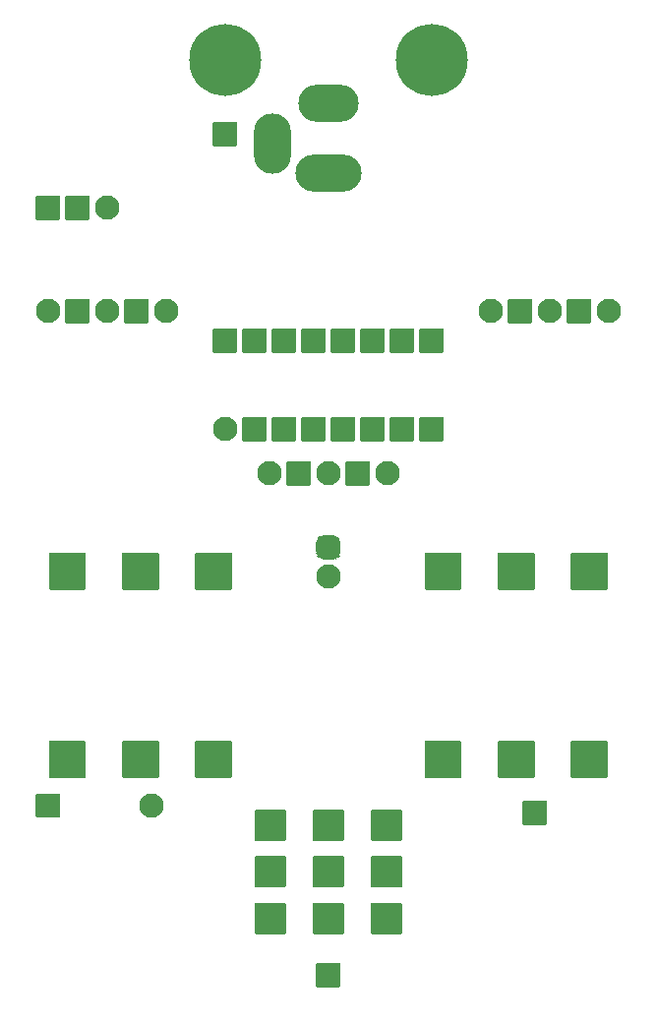
<source format=gbr>
G04 #@! TF.GenerationSoftware,KiCad,Pcbnew,5.1.12-84ad8e8a86~92~ubuntu20.04.1*
G04 #@! TF.CreationDate,2024-08-07T09:29:16+00:00*
G04 #@! TF.ProjectId,___-1.17.C-1,221a1f2d-312e-4313-972e-432d312e6b69,3C*
G04 #@! TF.SameCoordinates,Original*
G04 #@! TF.FileFunction,Soldermask,Bot*
G04 #@! TF.FilePolarity,Negative*
%FSLAX46Y46*%
G04 Gerber Fmt 4.6, Leading zero omitted, Abs format (unit mm)*
G04 Created by KiCad (PCBNEW 5.1.12-84ad8e8a86~92~ubuntu20.04.1) date 2024-08-07 09:29:16*
%MOMM*%
%LPD*%
G01*
G04 APERTURE LIST*
%ADD10C,2.100000*%
%ADD11C,6.200000*%
%ADD12O,5.200000X3.200000*%
%ADD13O,3.200000X5.200000*%
%ADD14O,5.700000X3.200000*%
%ADD15C,0.100000*%
G04 APERTURE END LIST*
D10*
X110490000Y-133350000D03*
G36*
G01*
X106900000Y-134300000D02*
X106900000Y-132400000D01*
G75*
G02*
X107000000Y-132300000I100000J0D01*
G01*
X108900000Y-132300000D01*
G75*
G02*
X109000000Y-132400000I0J-100000D01*
G01*
X109000000Y-134300000D01*
G75*
G02*
X108900000Y-134400000I-100000J0D01*
G01*
X107000000Y-134400000D01*
G75*
G02*
X106900000Y-134300000I0J100000D01*
G01*
G37*
X105410000Y-133350000D03*
G36*
G01*
X101820000Y-134300000D02*
X101820000Y-132400000D01*
G75*
G02*
X101920000Y-132300000I100000J0D01*
G01*
X103820000Y-132300000D01*
G75*
G02*
X103920000Y-132400000I0J-100000D01*
G01*
X103920000Y-134300000D01*
G75*
G02*
X103820000Y-134400000I-100000J0D01*
G01*
X101920000Y-134400000D01*
G75*
G02*
X101820000Y-134300000I0J100000D01*
G01*
G37*
X100330000Y-133350000D03*
X91440000Y-119380000D03*
G36*
G01*
X87850000Y-120330000D02*
X87850000Y-118430000D01*
G75*
G02*
X87950000Y-118330000I100000J0D01*
G01*
X89850000Y-118330000D01*
G75*
G02*
X89950000Y-118430000I0J-100000D01*
G01*
X89950000Y-120330000D01*
G75*
G02*
X89850000Y-120430000I-100000J0D01*
G01*
X87950000Y-120430000D01*
G75*
G02*
X87850000Y-120330000I0J100000D01*
G01*
G37*
X86360000Y-119380000D03*
G36*
G01*
X82770000Y-120330000D02*
X82770000Y-118430000D01*
G75*
G02*
X82870000Y-118330000I100000J0D01*
G01*
X84770000Y-118330000D01*
G75*
G02*
X84870000Y-118430000I0J-100000D01*
G01*
X84870000Y-120330000D01*
G75*
G02*
X84770000Y-120430000I-100000J0D01*
G01*
X82870000Y-120430000D01*
G75*
G02*
X82770000Y-120330000I0J100000D01*
G01*
G37*
X81280000Y-119380000D03*
X129540000Y-119380000D03*
G36*
G01*
X125950000Y-120330000D02*
X125950000Y-118430000D01*
G75*
G02*
X126050000Y-118330000I100000J0D01*
G01*
X127950000Y-118330000D01*
G75*
G02*
X128050000Y-118430000I0J-100000D01*
G01*
X128050000Y-120330000D01*
G75*
G02*
X127950000Y-120430000I-100000J0D01*
G01*
X126050000Y-120430000D01*
G75*
G02*
X125950000Y-120330000I0J100000D01*
G01*
G37*
X124460000Y-119380000D03*
G36*
G01*
X120870000Y-120330000D02*
X120870000Y-118430000D01*
G75*
G02*
X120970000Y-118330000I100000J0D01*
G01*
X122870000Y-118330000D01*
G75*
G02*
X122970000Y-118430000I0J-100000D01*
G01*
X122970000Y-120330000D01*
G75*
G02*
X122870000Y-120430000I-100000J0D01*
G01*
X120970000Y-120430000D01*
G75*
G02*
X120870000Y-120330000I0J100000D01*
G01*
G37*
X119380000Y-119380000D03*
X90170000Y-161925000D03*
G36*
G01*
X82330000Y-160975000D02*
X82330000Y-162875000D01*
G75*
G02*
X82230000Y-162975000I-100000J0D01*
G01*
X80330000Y-162975000D01*
G75*
G02*
X80230000Y-162875000I0J100000D01*
G01*
X80230000Y-160975000D01*
G75*
G02*
X80330000Y-160875000I100000J0D01*
G01*
X82230000Y-160875000D01*
G75*
G02*
X82330000Y-160975000I0J-100000D01*
G01*
G37*
G36*
G01*
X109060000Y-168890000D02*
X109060000Y-166390000D01*
G75*
G02*
X109160000Y-166290000I100000J0D01*
G01*
X111660000Y-166290000D01*
G75*
G02*
X111760000Y-166390000I0J-100000D01*
G01*
X111760000Y-168890000D01*
G75*
G02*
X111660000Y-168990000I-100000J0D01*
G01*
X109160000Y-168990000D01*
G75*
G02*
X109060000Y-168890000I0J100000D01*
G01*
G37*
G36*
G01*
X109060000Y-172890000D02*
X109060000Y-170390000D01*
G75*
G02*
X109160000Y-170290000I100000J0D01*
G01*
X111660000Y-170290000D01*
G75*
G02*
X111760000Y-170390000I0J-100000D01*
G01*
X111760000Y-172890000D01*
G75*
G02*
X111660000Y-172990000I-100000J0D01*
G01*
X109160000Y-172990000D01*
G75*
G02*
X109060000Y-172890000I0J100000D01*
G01*
G37*
G36*
G01*
X109060000Y-164890000D02*
X109060000Y-162390000D01*
G75*
G02*
X109160000Y-162290000I100000J0D01*
G01*
X111660000Y-162290000D01*
G75*
G02*
X111760000Y-162390000I0J-100000D01*
G01*
X111760000Y-164890000D01*
G75*
G02*
X111660000Y-164990000I-100000J0D01*
G01*
X109160000Y-164990000D01*
G75*
G02*
X109060000Y-164890000I0J100000D01*
G01*
G37*
G36*
G01*
X104060000Y-168890000D02*
X104060000Y-166390000D01*
G75*
G02*
X104160000Y-166290000I100000J0D01*
G01*
X106660000Y-166290000D01*
G75*
G02*
X106760000Y-166390000I0J-100000D01*
G01*
X106760000Y-168890000D01*
G75*
G02*
X106660000Y-168990000I-100000J0D01*
G01*
X104160000Y-168990000D01*
G75*
G02*
X104060000Y-168890000I0J100000D01*
G01*
G37*
G36*
G01*
X104060000Y-172890000D02*
X104060000Y-170390000D01*
G75*
G02*
X104160000Y-170290000I100000J0D01*
G01*
X106660000Y-170290000D01*
G75*
G02*
X106760000Y-170390000I0J-100000D01*
G01*
X106760000Y-172890000D01*
G75*
G02*
X106660000Y-172990000I-100000J0D01*
G01*
X104160000Y-172990000D01*
G75*
G02*
X104060000Y-172890000I0J100000D01*
G01*
G37*
G36*
G01*
X104060000Y-164890000D02*
X104060000Y-162390000D01*
G75*
G02*
X104160000Y-162290000I100000J0D01*
G01*
X106660000Y-162290000D01*
G75*
G02*
X106760000Y-162390000I0J-100000D01*
G01*
X106760000Y-164890000D01*
G75*
G02*
X106660000Y-164990000I-100000J0D01*
G01*
X104160000Y-164990000D01*
G75*
G02*
X104060000Y-164890000I0J100000D01*
G01*
G37*
G36*
G01*
X99060000Y-164890000D02*
X99060000Y-162390000D01*
G75*
G02*
X99160000Y-162290000I100000J0D01*
G01*
X101660000Y-162290000D01*
G75*
G02*
X101760000Y-162390000I0J-100000D01*
G01*
X101760000Y-164890000D01*
G75*
G02*
X101660000Y-164990000I-100000J0D01*
G01*
X99160000Y-164990000D01*
G75*
G02*
X99060000Y-164890000I0J100000D01*
G01*
G37*
G36*
G01*
X99060000Y-168890000D02*
X99060000Y-166390000D01*
G75*
G02*
X99160000Y-166290000I100000J0D01*
G01*
X101660000Y-166290000D01*
G75*
G02*
X101760000Y-166390000I0J-100000D01*
G01*
X101760000Y-168890000D01*
G75*
G02*
X101660000Y-168990000I-100000J0D01*
G01*
X99160000Y-168990000D01*
G75*
G02*
X99060000Y-168890000I0J100000D01*
G01*
G37*
G36*
G01*
X99060000Y-172890000D02*
X99060000Y-170390000D01*
G75*
G02*
X99160000Y-170290000I100000J0D01*
G01*
X101660000Y-170290000D01*
G75*
G02*
X101760000Y-170390000I0J-100000D01*
G01*
X101760000Y-172890000D01*
G75*
G02*
X101660000Y-172990000I-100000J0D01*
G01*
X99160000Y-172990000D01*
G75*
G02*
X99060000Y-172890000I0J100000D01*
G01*
G37*
G36*
G01*
X82330000Y-109540000D02*
X82330000Y-111440000D01*
G75*
G02*
X82230000Y-111540000I-100000J0D01*
G01*
X80330000Y-111540000D01*
G75*
G02*
X80230000Y-111440000I0J100000D01*
G01*
X80230000Y-109540000D01*
G75*
G02*
X80330000Y-109440000I100000J0D01*
G01*
X82230000Y-109440000D01*
G75*
G02*
X82330000Y-109540000I0J-100000D01*
G01*
G37*
G36*
G01*
X84870000Y-109540000D02*
X84870000Y-111440000D01*
G75*
G02*
X84770000Y-111540000I-100000J0D01*
G01*
X82870000Y-111540000D01*
G75*
G02*
X82770000Y-111440000I0J100000D01*
G01*
X82770000Y-109540000D01*
G75*
G02*
X82870000Y-109440000I100000J0D01*
G01*
X84770000Y-109440000D01*
G75*
G02*
X84870000Y-109540000I0J-100000D01*
G01*
G37*
X86360000Y-110490000D03*
G36*
G01*
X112710000Y-122970000D02*
X110810000Y-122970000D01*
G75*
G02*
X110710000Y-122870000I0J100000D01*
G01*
X110710000Y-120970000D01*
G75*
G02*
X110810000Y-120870000I100000J0D01*
G01*
X112710000Y-120870000D01*
G75*
G02*
X112810000Y-120970000I0J-100000D01*
G01*
X112810000Y-122870000D01*
G75*
G02*
X112710000Y-122970000I-100000J0D01*
G01*
G37*
G36*
G01*
X115250000Y-122970000D02*
X113350000Y-122970000D01*
G75*
G02*
X113250000Y-122870000I0J100000D01*
G01*
X113250000Y-120970000D01*
G75*
G02*
X113350000Y-120870000I100000J0D01*
G01*
X115250000Y-120870000D01*
G75*
G02*
X115350000Y-120970000I0J-100000D01*
G01*
X115350000Y-122870000D01*
G75*
G02*
X115250000Y-122970000I-100000J0D01*
G01*
G37*
G36*
G01*
X107630000Y-122970000D02*
X105730000Y-122970000D01*
G75*
G02*
X105630000Y-122870000I0J100000D01*
G01*
X105630000Y-120970000D01*
G75*
G02*
X105730000Y-120870000I100000J0D01*
G01*
X107630000Y-120870000D01*
G75*
G02*
X107730000Y-120970000I0J-100000D01*
G01*
X107730000Y-122870000D01*
G75*
G02*
X107630000Y-122970000I-100000J0D01*
G01*
G37*
G36*
G01*
X110170000Y-122970000D02*
X108270000Y-122970000D01*
G75*
G02*
X108170000Y-122870000I0J100000D01*
G01*
X108170000Y-120970000D01*
G75*
G02*
X108270000Y-120870000I100000J0D01*
G01*
X110170000Y-120870000D01*
G75*
G02*
X110270000Y-120970000I0J-100000D01*
G01*
X110270000Y-122870000D01*
G75*
G02*
X110170000Y-122970000I-100000J0D01*
G01*
G37*
G36*
G01*
X115250000Y-130590000D02*
X113350000Y-130590000D01*
G75*
G02*
X113250000Y-130490000I0J100000D01*
G01*
X113250000Y-128590000D01*
G75*
G02*
X113350000Y-128490000I100000J0D01*
G01*
X115250000Y-128490000D01*
G75*
G02*
X115350000Y-128590000I0J-100000D01*
G01*
X115350000Y-130490000D01*
G75*
G02*
X115250000Y-130590000I-100000J0D01*
G01*
G37*
G36*
G01*
X110170000Y-130590000D02*
X108270000Y-130590000D01*
G75*
G02*
X108170000Y-130490000I0J100000D01*
G01*
X108170000Y-128590000D01*
G75*
G02*
X108270000Y-128490000I100000J0D01*
G01*
X110170000Y-128490000D01*
G75*
G02*
X110270000Y-128590000I0J-100000D01*
G01*
X110270000Y-130490000D01*
G75*
G02*
X110170000Y-130590000I-100000J0D01*
G01*
G37*
G36*
G01*
X112710000Y-130590000D02*
X110810000Y-130590000D01*
G75*
G02*
X110710000Y-130490000I0J100000D01*
G01*
X110710000Y-128590000D01*
G75*
G02*
X110810000Y-128490000I100000J0D01*
G01*
X112710000Y-128490000D01*
G75*
G02*
X112810000Y-128590000I0J-100000D01*
G01*
X112810000Y-130490000D01*
G75*
G02*
X112710000Y-130590000I-100000J0D01*
G01*
G37*
G36*
G01*
X107630000Y-130590000D02*
X105730000Y-130590000D01*
G75*
G02*
X105630000Y-130490000I0J100000D01*
G01*
X105630000Y-128590000D01*
G75*
G02*
X105730000Y-128490000I100000J0D01*
G01*
X107630000Y-128490000D01*
G75*
G02*
X107730000Y-128590000I0J-100000D01*
G01*
X107730000Y-130490000D01*
G75*
G02*
X107630000Y-130590000I-100000J0D01*
G01*
G37*
G36*
G01*
X97470000Y-122970000D02*
X95570000Y-122970000D01*
G75*
G02*
X95470000Y-122870000I0J100000D01*
G01*
X95470000Y-120970000D01*
G75*
G02*
X95570000Y-120870000I100000J0D01*
G01*
X97470000Y-120870000D01*
G75*
G02*
X97570000Y-120970000I0J-100000D01*
G01*
X97570000Y-122870000D01*
G75*
G02*
X97470000Y-122970000I-100000J0D01*
G01*
G37*
G36*
G01*
X100010000Y-122970000D02*
X98110000Y-122970000D01*
G75*
G02*
X98010000Y-122870000I0J100000D01*
G01*
X98010000Y-120970000D01*
G75*
G02*
X98110000Y-120870000I100000J0D01*
G01*
X100010000Y-120870000D01*
G75*
G02*
X100110000Y-120970000I0J-100000D01*
G01*
X100110000Y-122870000D01*
G75*
G02*
X100010000Y-122970000I-100000J0D01*
G01*
G37*
G36*
G01*
X102550000Y-122970000D02*
X100650000Y-122970000D01*
G75*
G02*
X100550000Y-122870000I0J100000D01*
G01*
X100550000Y-120970000D01*
G75*
G02*
X100650000Y-120870000I100000J0D01*
G01*
X102550000Y-120870000D01*
G75*
G02*
X102650000Y-120970000I0J-100000D01*
G01*
X102650000Y-122870000D01*
G75*
G02*
X102550000Y-122970000I-100000J0D01*
G01*
G37*
G36*
G01*
X105090000Y-122970000D02*
X103190000Y-122970000D01*
G75*
G02*
X103090000Y-122870000I0J100000D01*
G01*
X103090000Y-120970000D01*
G75*
G02*
X103190000Y-120870000I100000J0D01*
G01*
X105090000Y-120870000D01*
G75*
G02*
X105190000Y-120970000I0J-100000D01*
G01*
X105190000Y-122870000D01*
G75*
G02*
X105090000Y-122970000I-100000J0D01*
G01*
G37*
G36*
G01*
X105090000Y-130590000D02*
X103190000Y-130590000D01*
G75*
G02*
X103090000Y-130490000I0J100000D01*
G01*
X103090000Y-128590000D01*
G75*
G02*
X103190000Y-128490000I100000J0D01*
G01*
X105090000Y-128490000D01*
G75*
G02*
X105190000Y-128590000I0J-100000D01*
G01*
X105190000Y-130490000D01*
G75*
G02*
X105090000Y-130590000I-100000J0D01*
G01*
G37*
G36*
G01*
X102550000Y-130590000D02*
X100650000Y-130590000D01*
G75*
G02*
X100550000Y-130490000I0J100000D01*
G01*
X100550000Y-128590000D01*
G75*
G02*
X100650000Y-128490000I100000J0D01*
G01*
X102550000Y-128490000D01*
G75*
G02*
X102650000Y-128590000I0J-100000D01*
G01*
X102650000Y-130490000D01*
G75*
G02*
X102550000Y-130590000I-100000J0D01*
G01*
G37*
G36*
G01*
X100010000Y-130590000D02*
X98110000Y-130590000D01*
G75*
G02*
X98010000Y-130490000I0J100000D01*
G01*
X98010000Y-128590000D01*
G75*
G02*
X98110000Y-128490000I100000J0D01*
G01*
X100010000Y-128490000D01*
G75*
G02*
X100110000Y-128590000I0J-100000D01*
G01*
X100110000Y-130490000D01*
G75*
G02*
X100010000Y-130590000I-100000J0D01*
G01*
G37*
X96520000Y-129540000D03*
D11*
X114300000Y-97790000D03*
X96520000Y-97790000D03*
D10*
X105410000Y-142240000D03*
G36*
G01*
X105830000Y-140750000D02*
X104990000Y-140750000D01*
G75*
G02*
X104360000Y-140120000I0J630000D01*
G01*
X104360000Y-139280000D01*
G75*
G02*
X104990000Y-138650000I630000J0D01*
G01*
X105830000Y-138650000D01*
G75*
G02*
X106460000Y-139280000I0J-630000D01*
G01*
X106460000Y-140120000D01*
G75*
G02*
X105830000Y-140750000I-630000J0D01*
G01*
G37*
G36*
G01*
X95470000Y-105090000D02*
X95470000Y-103190000D01*
G75*
G02*
X95570000Y-103090000I100000J0D01*
G01*
X97470000Y-103090000D01*
G75*
G02*
X97570000Y-103190000I0J-100000D01*
G01*
X97570000Y-105090000D01*
G75*
G02*
X97470000Y-105190000I-100000J0D01*
G01*
X95570000Y-105190000D01*
G75*
G02*
X95470000Y-105090000I0J100000D01*
G01*
G37*
G36*
G01*
X122140000Y-163510000D02*
X122140000Y-161610000D01*
G75*
G02*
X122240000Y-161510000I100000J0D01*
G01*
X124140000Y-161510000D01*
G75*
G02*
X124240000Y-161610000I0J-100000D01*
G01*
X124240000Y-163510000D01*
G75*
G02*
X124140000Y-163610000I-100000J0D01*
G01*
X122240000Y-163610000D01*
G75*
G02*
X122140000Y-163510000I0J100000D01*
G01*
G37*
G36*
G01*
X104360000Y-177480000D02*
X104360000Y-175580000D01*
G75*
G02*
X104460000Y-175480000I100000J0D01*
G01*
X106360000Y-175480000D01*
G75*
G02*
X106460000Y-175580000I0J-100000D01*
G01*
X106460000Y-177480000D01*
G75*
G02*
X106360000Y-177580000I-100000J0D01*
G01*
X104460000Y-177580000D01*
G75*
G02*
X104360000Y-177480000I0J100000D01*
G01*
G37*
D12*
X105410000Y-101480000D03*
D13*
X100610000Y-104980000D03*
D14*
X105410000Y-107480000D03*
G36*
G01*
X94040000Y-140160000D02*
X97040000Y-140160000D01*
G75*
G02*
X97140000Y-140260000I0J-100000D01*
G01*
X97140000Y-143260000D01*
G75*
G02*
X97040000Y-143360000I-100000J0D01*
G01*
X94040000Y-143360000D01*
G75*
G02*
X93940000Y-143260000I0J100000D01*
G01*
X93940000Y-140260000D01*
G75*
G02*
X94040000Y-140160000I100000J0D01*
G01*
G37*
G36*
G01*
X87740000Y-140160000D02*
X90740000Y-140160000D01*
G75*
G02*
X90840000Y-140260000I0J-100000D01*
G01*
X90840000Y-143260000D01*
G75*
G02*
X90740000Y-143360000I-100000J0D01*
G01*
X87740000Y-143360000D01*
G75*
G02*
X87640000Y-143260000I0J100000D01*
G01*
X87640000Y-140260000D01*
G75*
G02*
X87740000Y-140160000I100000J0D01*
G01*
G37*
G36*
G01*
X81440000Y-140160000D02*
X84440000Y-140160000D01*
G75*
G02*
X84540000Y-140260000I0J-100000D01*
G01*
X84540000Y-143260000D01*
G75*
G02*
X84440000Y-143360000I-100000J0D01*
G01*
X81440000Y-143360000D01*
G75*
G02*
X81340000Y-143260000I0J100000D01*
G01*
X81340000Y-140260000D01*
G75*
G02*
X81440000Y-140160000I100000J0D01*
G01*
G37*
G36*
G01*
X94040000Y-156360000D02*
X97040000Y-156360000D01*
G75*
G02*
X97140000Y-156460000I0J-100000D01*
G01*
X97140000Y-159460000D01*
G75*
G02*
X97040000Y-159560000I-100000J0D01*
G01*
X94040000Y-159560000D01*
G75*
G02*
X93940000Y-159460000I0J100000D01*
G01*
X93940000Y-156460000D01*
G75*
G02*
X94040000Y-156360000I100000J0D01*
G01*
G37*
G36*
G01*
X87740000Y-156360000D02*
X90740000Y-156360000D01*
G75*
G02*
X90840000Y-156460000I0J-100000D01*
G01*
X90840000Y-159460000D01*
G75*
G02*
X90740000Y-159560000I-100000J0D01*
G01*
X87740000Y-159560000D01*
G75*
G02*
X87640000Y-159460000I0J100000D01*
G01*
X87640000Y-156460000D01*
G75*
G02*
X87740000Y-156360000I100000J0D01*
G01*
G37*
G36*
G01*
X81440000Y-156360000D02*
X84440000Y-156360000D01*
G75*
G02*
X84540000Y-156460000I0J-100000D01*
G01*
X84540000Y-159460000D01*
G75*
G02*
X84440000Y-159560000I-100000J0D01*
G01*
X81440000Y-159560000D01*
G75*
G02*
X81340000Y-159460000I0J100000D01*
G01*
X81340000Y-156460000D01*
G75*
G02*
X81440000Y-156360000I100000J0D01*
G01*
G37*
G36*
G01*
X116780000Y-159560000D02*
X113780000Y-159560000D01*
G75*
G02*
X113680000Y-159460000I0J100000D01*
G01*
X113680000Y-156460000D01*
G75*
G02*
X113780000Y-156360000I100000J0D01*
G01*
X116780000Y-156360000D01*
G75*
G02*
X116880000Y-156460000I0J-100000D01*
G01*
X116880000Y-159460000D01*
G75*
G02*
X116780000Y-159560000I-100000J0D01*
G01*
G37*
G36*
G01*
X123080000Y-159560000D02*
X120080000Y-159560000D01*
G75*
G02*
X119980000Y-159460000I0J100000D01*
G01*
X119980000Y-156460000D01*
G75*
G02*
X120080000Y-156360000I100000J0D01*
G01*
X123080000Y-156360000D01*
G75*
G02*
X123180000Y-156460000I0J-100000D01*
G01*
X123180000Y-159460000D01*
G75*
G02*
X123080000Y-159560000I-100000J0D01*
G01*
G37*
G36*
G01*
X129380000Y-159560000D02*
X126380000Y-159560000D01*
G75*
G02*
X126280000Y-159460000I0J100000D01*
G01*
X126280000Y-156460000D01*
G75*
G02*
X126380000Y-156360000I100000J0D01*
G01*
X129380000Y-156360000D01*
G75*
G02*
X129480000Y-156460000I0J-100000D01*
G01*
X129480000Y-159460000D01*
G75*
G02*
X129380000Y-159560000I-100000J0D01*
G01*
G37*
G36*
G01*
X116780000Y-143360000D02*
X113780000Y-143360000D01*
G75*
G02*
X113680000Y-143260000I0J100000D01*
G01*
X113680000Y-140260000D01*
G75*
G02*
X113780000Y-140160000I100000J0D01*
G01*
X116780000Y-140160000D01*
G75*
G02*
X116880000Y-140260000I0J-100000D01*
G01*
X116880000Y-143260000D01*
G75*
G02*
X116780000Y-143360000I-100000J0D01*
G01*
G37*
G36*
G01*
X123080000Y-143360000D02*
X120080000Y-143360000D01*
G75*
G02*
X119980000Y-143260000I0J100000D01*
G01*
X119980000Y-140260000D01*
G75*
G02*
X120080000Y-140160000I100000J0D01*
G01*
X123080000Y-140160000D01*
G75*
G02*
X123180000Y-140260000I0J-100000D01*
G01*
X123180000Y-143260000D01*
G75*
G02*
X123080000Y-143360000I-100000J0D01*
G01*
G37*
G36*
G01*
X129380000Y-143360000D02*
X126380000Y-143360000D01*
G75*
G02*
X126280000Y-143260000I0J100000D01*
G01*
X126280000Y-140260000D01*
G75*
G02*
X126380000Y-140160000I100000J0D01*
G01*
X129380000Y-140160000D01*
G75*
G02*
X129480000Y-140260000I0J-100000D01*
G01*
X129480000Y-143260000D01*
G75*
G02*
X129380000Y-143360000I-100000J0D01*
G01*
G37*
D15*
G36*
X104361990Y-140119804D02*
G01*
X104374075Y-140242512D01*
X104409813Y-140360322D01*
X104467845Y-140468893D01*
X104545944Y-140564056D01*
X104641107Y-140642155D01*
X104749678Y-140700187D01*
X104867488Y-140735925D01*
X104990196Y-140748010D01*
X104991822Y-140749175D01*
X104991626Y-140751165D01*
X104990000Y-140752000D01*
X104954908Y-140752000D01*
X104954712Y-140751990D01*
X104834797Y-140740179D01*
X104834412Y-140740103D01*
X104723820Y-140706556D01*
X104723458Y-140706406D01*
X104621540Y-140651930D01*
X104621214Y-140651712D01*
X104531880Y-140578397D01*
X104531603Y-140578120D01*
X104458288Y-140488786D01*
X104458070Y-140488460D01*
X104403594Y-140386542D01*
X104403444Y-140386180D01*
X104369897Y-140275588D01*
X104369821Y-140275203D01*
X104358010Y-140155288D01*
X104358000Y-140155092D01*
X104358000Y-140120000D01*
X104359000Y-140118268D01*
X104361000Y-140118268D01*
X104361990Y-140119804D01*
G37*
G36*
X106461165Y-140118374D02*
G01*
X106462000Y-140120000D01*
X106462000Y-140155092D01*
X106461990Y-140155288D01*
X106450179Y-140275203D01*
X106450103Y-140275588D01*
X106416556Y-140386180D01*
X106416406Y-140386542D01*
X106361930Y-140488460D01*
X106361712Y-140488786D01*
X106288397Y-140578120D01*
X106288120Y-140578397D01*
X106198786Y-140651712D01*
X106198460Y-140651930D01*
X106096542Y-140706406D01*
X106096180Y-140706556D01*
X105985588Y-140740103D01*
X105985203Y-140740179D01*
X105865288Y-140751990D01*
X105865092Y-140752000D01*
X105830000Y-140752000D01*
X105828268Y-140751000D01*
X105828268Y-140749000D01*
X105829804Y-140748010D01*
X105952512Y-140735925D01*
X106070322Y-140700187D01*
X106178893Y-140642155D01*
X106274056Y-140564056D01*
X106352155Y-140468893D01*
X106410187Y-140360322D01*
X106445925Y-140242512D01*
X106458010Y-140119804D01*
X106459175Y-140118178D01*
X106461165Y-140118374D01*
G37*
G36*
X104991732Y-138649000D02*
G01*
X104991732Y-138651000D01*
X104990196Y-138651990D01*
X104867488Y-138664075D01*
X104749678Y-138699813D01*
X104641107Y-138757845D01*
X104545944Y-138835944D01*
X104467845Y-138931107D01*
X104409813Y-139039678D01*
X104374075Y-139157488D01*
X104361990Y-139280196D01*
X104360825Y-139281822D01*
X104358835Y-139281626D01*
X104358000Y-139280000D01*
X104358000Y-139244908D01*
X104358010Y-139244712D01*
X104369821Y-139124797D01*
X104369897Y-139124412D01*
X104403444Y-139013820D01*
X104403594Y-139013458D01*
X104458070Y-138911540D01*
X104458288Y-138911214D01*
X104531603Y-138821880D01*
X104531880Y-138821603D01*
X104621214Y-138748288D01*
X104621540Y-138748070D01*
X104723458Y-138693594D01*
X104723820Y-138693444D01*
X104834412Y-138659897D01*
X104834797Y-138659821D01*
X104954712Y-138648010D01*
X104954908Y-138648000D01*
X104990000Y-138648000D01*
X104991732Y-138649000D01*
G37*
G36*
X105865288Y-138648010D02*
G01*
X105985203Y-138659821D01*
X105985588Y-138659897D01*
X106096180Y-138693444D01*
X106096542Y-138693594D01*
X106198460Y-138748070D01*
X106198786Y-138748288D01*
X106288120Y-138821603D01*
X106288397Y-138821880D01*
X106361712Y-138911214D01*
X106361930Y-138911540D01*
X106416406Y-139013458D01*
X106416556Y-139013820D01*
X106450103Y-139124412D01*
X106450179Y-139124797D01*
X106461990Y-139244712D01*
X106462000Y-139244908D01*
X106462000Y-139280000D01*
X106461000Y-139281732D01*
X106459000Y-139281732D01*
X106458010Y-139280196D01*
X106445925Y-139157488D01*
X106410187Y-139039678D01*
X106352155Y-138931107D01*
X106274056Y-138835944D01*
X106178893Y-138757845D01*
X106070322Y-138699813D01*
X105952512Y-138664075D01*
X105829804Y-138651990D01*
X105828178Y-138650825D01*
X105828374Y-138648835D01*
X105830000Y-138648000D01*
X105865092Y-138648000D01*
X105865288Y-138648010D01*
G37*
M02*

</source>
